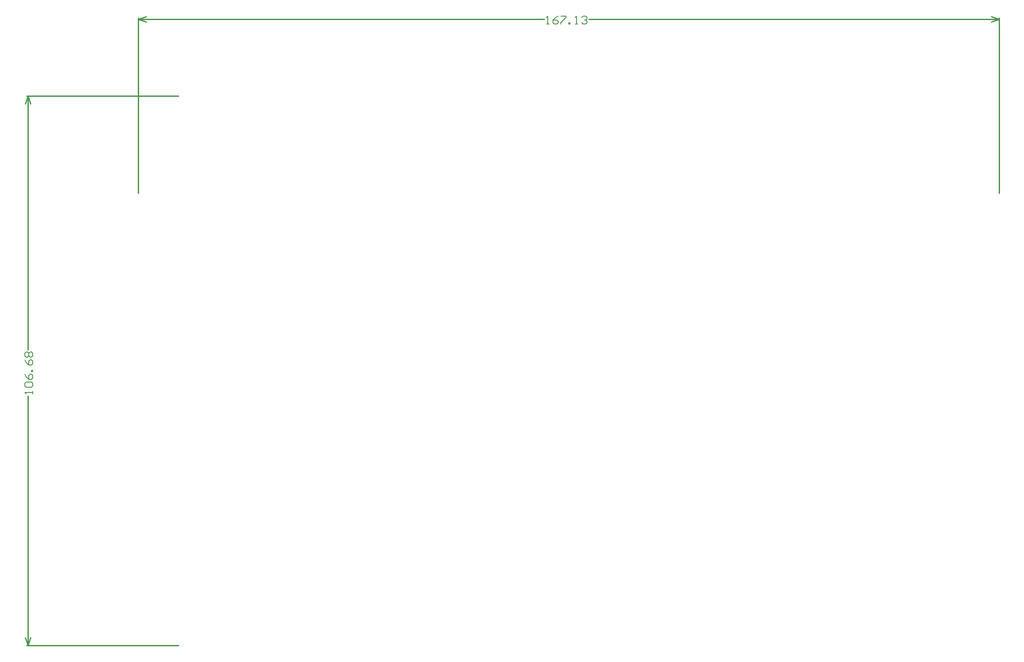
<source format=gbr>
%TF.GenerationSoftware,Altium Limited,Altium Designer,23.6.0 (18)*%
G04 Layer_Color=32768*
%FSLAX43Y43*%
%MOMM*%
%TF.SameCoordinates,02C31AF8-F4BC-48A1-AB84-B672334353EB*%
%TF.FilePolarity,Positive*%
%TF.FileFunction,Other,Top_Dimensions*%
%TF.Part,Single*%
G01*
G75*
%TA.AperFunction,NonConductor*%
%ADD53C,0.152*%
%ADD55C,0.254*%
D53*
X-20536Y48347D02*
Y48855D01*
Y48601D01*
X-22059D01*
X-21805Y48347D01*
Y49617D02*
X-22059Y49871D01*
Y50378D01*
X-21805Y50632D01*
X-20790D01*
X-20536Y50378D01*
Y49871D01*
X-20790Y49617D01*
X-21805D01*
X-22059Y52156D02*
X-21805Y51648D01*
X-21298Y51140D01*
X-20790D01*
X-20536Y51394D01*
Y51902D01*
X-20790Y52156D01*
X-21044D01*
X-21298Y51902D01*
Y51140D01*
X-20536Y52664D02*
X-20790D01*
Y52918D01*
X-20536D01*
Y52664D01*
X-22059Y54949D02*
X-21805Y54441D01*
X-21298Y53933D01*
X-20790D01*
X-20536Y54187D01*
Y54695D01*
X-20790Y54949D01*
X-21044D01*
X-21298Y54695D01*
Y53933D01*
X-21805Y55457D02*
X-22059Y55711D01*
Y56219D01*
X-21805Y56472D01*
X-21552D01*
X-21298Y56219D01*
X-21044Y56472D01*
X-20790D01*
X-20536Y56219D01*
Y55711D01*
X-20790Y55457D01*
X-21044D01*
X-21298Y55711D01*
X-21552Y55457D01*
X-21805D01*
X-21298Y55711D02*
Y56219D01*
X79180Y120136D02*
X79688D01*
X79434D01*
Y121659D01*
X79180Y121405D01*
X81466Y121659D02*
X80958Y121405D01*
X80450Y120898D01*
Y120390D01*
X80704Y120136D01*
X81212D01*
X81466Y120390D01*
Y120644D01*
X81212Y120898D01*
X80450D01*
X81973Y121659D02*
X82989D01*
Y121405D01*
X81973Y120390D01*
Y120136D01*
X83497D02*
Y120390D01*
X83751D01*
Y120136D01*
X83497D01*
X84767D02*
X85274D01*
X85020D01*
Y121659D01*
X84767Y121405D01*
X86036D02*
X86290Y121659D01*
X86798D01*
X87052Y121405D01*
Y121152D01*
X86798Y120898D01*
X86544D01*
X86798D01*
X87052Y120644D01*
Y120390D01*
X86798Y120136D01*
X86290D01*
X86036Y120390D01*
D55*
X-21450Y106156D02*
X-20942Y104632D01*
X-21958D02*
X-21450Y106156D01*
X-21958Y1000D02*
X-21450Y-524D01*
X-20942Y1000D01*
X-21450Y56879D02*
Y106156D01*
Y-524D02*
Y47941D01*
X-21704Y106156D02*
X7784D01*
X-21704Y-524D02*
X7784D01*
X-44Y121050D02*
X1480Y121558D01*
X-44Y121050D02*
X1480Y120542D01*
X165564D02*
X167088Y121050D01*
X165564Y121558D02*
X167088Y121050D01*
X-44D02*
X78774D01*
X87458D02*
X167088D01*
X-44Y87280D02*
Y121304D01*
X167088Y87280D02*
Y121304D01*
%TF.MD5,09f6f1077ad760097a9e452cb763ec73*%
M02*

</source>
